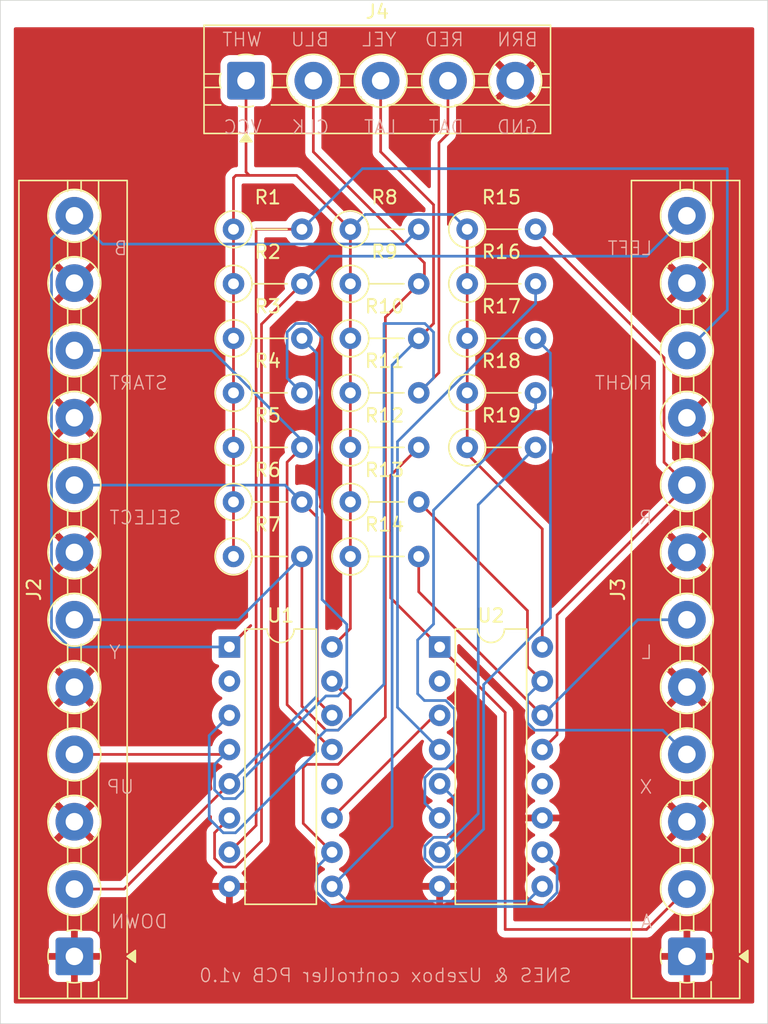
<source format=kicad_pcb>
(kicad_pcb (version 20240108) (generator "pcbnew") (generator_version "8.0")
  (layers (0 "F.Cu" signal) (31 "B.Cu" signal) (34 "B.Paste" user) (35 "F.Paste" user) (36 "B.SilkS" user "B.Silkscreen") (37 "F.SilkS" user "F.Silkscreen") (38 "B.Mask" user) (39 "F.Mask" user) (44 "Edge.Cuts" user))
  (net 0 "")
  (net 1 "/Vcc")
  (net 2 "/Latch")
  (net 3 "/Clk")
  (net 4 "/Gnd")
  (net 5 "/Data1")
  (net 6 "Net-(J2-Pin_4)")
  (net 7 "Net-(J2-Pin_6)")
  (net 8 "Net-(J2-Pin_12)")
  (net 9 "Net-(J2-Pin_8)")
  (net 10 "Net-(J2-Pin_2)")
  (net 11 "Net-(J2-Pin_10)")
  (net 12 "Net-(J3-Pin_10)")
  (net 13 "Net-(J3-Pin_2)")
  (net 14 "Net-(J3-Pin_8)")
  (net 15 "Net-(J3-Pin_12)")
  (net 16 "Net-(J3-Pin_4)")
  (net 17 "Net-(J3-Pin_6)")
  (net 18 "Net-(U2-D3)")
  (net 19 "Net-(U2-D2)")
  (net 20 "Net-(U2-D1)")
  (net 21 "Net-(U2-D0)")
  (net 24 "Net-(U1-DS)")
  (footprint "Resistor_THT:R_Axial_DIN0207_L6.3mm_D2.5mm_P5.08mm_Vertical" (layer "F.Cu") (at 124 75.5)
    (property "Reference" "R8" (at 2.54 -2.37 0) (layer "F.SilkS"))
    (property "Value" "10k")
    (pad "1" thru_hole circle (at 0 0) (size 1.6 1.6) (drill 0.8) (layers "*.Cu" "*.Mask") (net 1 "/Vcc"))
    (pad "2" thru_hole oval (at 5.08 0) (size 1.6 1.6) (drill 0.8) (layers "*.Cu" "*.Mask") (net 8 "Net-(J2-Pin_12)"))
  )
  (footprint "Resistor_THT:R_Axial_DIN0207_L6.3mm_D2.5mm_P5.08mm_Vertical" (layer "F.Cu") (at 124 83.6)
    (property "Reference" "R10" (at 2.54 -2.37 0) (layer "F.SilkS"))
    (property "Value" "10k")
    (pad "1" thru_hole circle (at 0 0) (size 1.6 1.6) (drill 0.8) (layers "*.Cu" "*.Mask") (net 1 "/Vcc"))
    (pad "2" thru_hole oval (at 5.08 0) (size 1.6 1.6) (drill 0.8) (layers "*.Cu" "*.Mask") (net 2 "/Latch"))
  )
  (footprint "Resistor_THT:R_Axial_DIN0207_L6.3mm_D2.5mm_P5.08mm_Vertical" (layer "F.Cu") (at 132.68 87.65)
    (property "Reference" "R18" (at 2.54 -2.37 0) (layer "F.SilkS"))
    (property "Value" "10k")
    (pad "1" thru_hole circle (at 0 0) (size 1.6 1.6) (drill 0.8) (layers "*.Cu" "*.Mask") (net 1 "/Vcc"))
    (pad "2" thru_hole oval (at 5.08 0) (size 1.6 1.6) (drill 0.8) (layers "*.Cu" "*.Mask") (net 20 "Net-(U2-D1)"))
  )
  (footprint "TerminalBlock:TerminalBlock_MaiXu_MX126-5.0-12P_1x12_P5.00mm" (layer "F.Cu") (at 103.5 129.5 90)
    (property "Reference" "J2" (at 27.25 -3 90) (layer "F.SilkS"))
    (property "Value" "Screw_Terminal_01x12")
    (pad "1" thru_hole roundrect (at 0 0 90) (size 2.8 2.8) (drill 1.3) (layers "*.Cu" "*.Mask") (roundrect_rratio 0.089286) (net 4 "/Gnd"))
    (pad "2" thru_hole circle (at 5 0 90) (size 2.8 2.8) (drill 1.3) (layers "*.Cu" "*.Mask") (net 10 "Net-(J2-Pin_2)"))
    (pad "3" thru_hole circle (at 10 0 90) (size 2.8 2.8) (drill 1.3) (layers "*.Cu" "*.Mask") (net 4 "/Gnd"))
    (pad "4" thru_hole circle (at 15 0 90) (size 2.8 2.8) (drill 1.3) (layers "*.Cu" "*.Mask") (net 6 "Net-(J2-Pin_4)"))
    (pad "5" thru_hole circle (at 20 0 90) (size 2.8 2.8) (drill 1.3) (layers "*.Cu" "*.Mask") (net 4 "/Gnd"))
    (pad "6" thru_hole circle (at 25 0 90) (size 2.8 2.8) (drill 1.3) (layers "*.Cu" "*.Mask") (net 7 "Net-(J2-Pin_6)"))
    (pad "7" thru_hole circle (at 30 0 90) (size 2.8 2.8) (drill 1.3) (layers "*.Cu" "*.Mask") (net 4 "/Gnd"))
    (pad "8" thru_hole circle (at 35 0 90) (size 2.8 2.8) (drill 1.3) (layers "*.Cu" "*.Mask") (net 9 "Net-(J2-Pin_8)"))
    (pad "9" thru_hole circle (at 40 0 90) (size 2.8 2.8) (drill 1.3) (layers "*.Cu" "*.Mask") (net 4 "/Gnd"))
    (pad "10" thru_hole circle (at 45 0 90) (size 2.8 2.8) (drill 1.3) (layers "*.Cu" "*.Mask") (net 11 "Net-(J2-Pin_10)"))
    (pad "11" thru_hole circle (at 50 0 90) (size 2.8 2.8) (drill 1.3) (layers "*.Cu" "*.Mask") (net 4 "/Gnd"))
    (pad "12" thru_hole circle (at 55 0 90) (size 2.8 2.8) (drill 1.3) (layers "*.Cu" "*.Mask") (net 8 "Net-(J2-Pin_12)"))
  )
  (footprint "Package_DIP:DIP-16_W7.62mm" (layer "F.Cu") (at 130.635 106.52)
    (property "Reference" "U2" (at 3.81 -2.33 0) (layer "F.SilkS"))
    (property "Value" "4021")
    (pad "1" thru_hole rect (at 0 0) (size 1.6 1.6) (drill 0.8) (layers "*.Cu" "*.Mask") (net 13 "Net-(J3-Pin_2)"))
    (pad "2" thru_hole oval (at 0 2.54) (size 1.6 1.6) (drill 0.8) (layers "*.Cu" "*.Mask"))
    (pad "3" thru_hole oval (at 0 5.08) (size 1.6 1.6) (drill 0.8) (layers "*.Cu" "*.Mask") (net 24 "Net-(U1-DS)"))
    (pad "4" thru_hole oval (at 0 7.62) (size 1.6 1.6) (drill 0.8) (layers "*.Cu" "*.Mask") (net 18 "Net-(U2-D3)"))
    (pad "5" thru_hole oval (at 0 10.16) (size 1.6 1.6) (drill 0.8) (layers "*.Cu" "*.Mask") (net 19 "Net-(U2-D2)"))
    (pad "6" thru_hole oval (at 0 12.7) (size 1.6 1.6) (drill 0.8) (layers "*.Cu" "*.Mask") (net 20 "Net-(U2-D1)"))
    (pad "7" thru_hole oval (at 0 15.24) (size 1.6 1.6) (drill 0.8) (layers "*.Cu" "*.Mask") (net 21 "Net-(U2-D0)"))
    (pad "8" thru_hole oval (at 0 17.78) (size 1.6 1.6) (drill 0.8) (layers "*.Cu" "*.Mask") (net 4 "/Gnd"))
    (pad "9" thru_hole oval (at 7.62 17.78) (size 1.6 1.6) (drill 0.8) (layers "*.Cu" "*.Mask") (net 2 "/Latch"))
    (pad "10" thru_hole oval (at 7.62 15.24) (size 1.6 1.6) (drill 0.8) (layers "*.Cu" "*.Mask") (net 3 "/Clk"))
    (pad "11" thru_hole oval (at 7.62 12.7) (size 1.6 1.6) (drill 0.8) (layers "*.Cu" "*.Mask") (net 4 "/Gnd"))
    (pad "12" thru_hole oval (at 7.62 10.16) (size 1.6 1.6) (drill 0.8) (layers "*.Cu" "*.Mask"))
    (pad "13" thru_hole oval (at 7.62 7.62) (size 1.6 1.6) (drill 0.8) (layers "*.Cu" "*.Mask") (net 14 "Net-(J3-Pin_8)"))
    (pad "14" thru_hole oval (at 7.62 5.08) (size 1.6 1.6) (drill 0.8) (layers "*.Cu" "*.Mask") (net 17 "Net-(J3-Pin_6)"))
    (pad "15" thru_hole oval (at 7.62 2.54) (size 1.6 1.6) (drill 0.8) (layers "*.Cu" "*.Mask") (net 16 "Net-(J3-Pin_4)"))
    (pad "16" thru_hole oval (at 7.62 0) (size 1.6 1.6) (drill 0.8) (layers "*.Cu" "*.Mask") (net 1 "/Vcc"))
  )
  (footprint "Resistor_THT:R_Axial_DIN0207_L6.3mm_D2.5mm_P5.08mm_Vertical" (layer "F.Cu") (at 132.68 91.7)
    (property "Reference" "R19" (at 2.54 -2.37 0) (layer "F.SilkS"))
    (property "Value" "10k")
    (pad "1" thru_hole circle (at 0 0) (size 1.6 1.6) (drill 0.8) (layers "*.Cu" "*.Mask") (net 1 "/Vcc"))
    (pad "2" thru_hole oval (at 5.08 0) (size 1.6 1.6) (drill 0.8) (layers "*.Cu" "*.Mask") (net 21 "Net-(U2-D0)"))
  )
  (footprint "Resistor_THT:R_Axial_DIN0207_L6.3mm_D2.5mm_P5.08mm_Vertical" (layer "F.Cu") (at 115.32 95.75)
    (property "Reference" "R6" (at 2.54 -2.37 0) (layer "F.SilkS"))
    (property "Value" "10k")
    (pad "1" thru_hole circle (at 0 0) (size 1.6 1.6) (drill 0.8) (layers "*.Cu" "*.Mask") (net 1 "/Vcc"))
    (pad "2" thru_hole oval (at 5.08 0) (size 1.6 1.6) (drill 0.8) (layers "*.Cu" "*.Mask") (net 9 "Net-(J2-Pin_8)"))
  )
  (footprint "Resistor_THT:R_Axial_DIN0207_L6.3mm_D2.5mm_P5.08mm_Vertical" (layer "F.Cu") (at 132.68 75.5)
    (property "Reference" "R15" (at 2.54 -2.37 0) (layer "F.SilkS"))
    (property "Value" "10k")
    (pad "1" thru_hole circle (at 0 0) (size 1.6 1.6) (drill 0.8) (layers "*.Cu" "*.Mask") (net 1 "/Vcc"))
    (pad "2" thru_hole oval (at 5.08 0) (size 1.6 1.6) (drill 0.8) (layers "*.Cu" "*.Mask") (net 14 "Net-(J3-Pin_8)"))
  )
  (footprint "Resistor_THT:R_Axial_DIN0207_L6.3mm_D2.5mm_P5.08mm_Vertical" (layer "F.Cu") (at 115.32 79.55)
    (property "Reference" "R2" (at 2.54 -2.37 0) (layer "F.SilkS"))
    (property "Value" "10k")
    (pad "1" thru_hole circle (at 0 0) (size 1.6 1.6) (drill 0.8) (layers "*.Cu" "*.Mask") (net 1 "/Vcc"))
    (pad "2" thru_hole oval (at 5.08 0) (size 1.6 1.6) (drill 0.8) (layers "*.Cu" "*.Mask") (net 15 "Net-(J3-Pin_12)"))
  )
  (footprint "TerminalBlock:TerminalBlock_MaiXu_MX126-5.0-12P_1x12_P5.00mm" (layer "F.Cu") (at 149 129.5 90)
    (property "Reference" "J3" (at 27.25 -5.12 90) (layer "F.SilkS"))
    (property "Value" "Screw_Terminal_01x12")
    (pad "1" thru_hole roundrect (at 0 0 90) (size 2.8 2.8) (drill 1.3) (layers "*.Cu" "*.Mask") (roundrect_rratio 0.089286) (net 4 "/Gnd"))
    (pad "2" thru_hole circle (at 5 0 90) (size 2.8 2.8) (drill 1.3) (layers "*.Cu" "*.Mask") (net 13 "Net-(J3-Pin_2)"))
    (pad "3" thru_hole circle (at 10 0 90) (size 2.8 2.8) (drill 1.3) (layers "*.Cu" "*.Mask") (net 4 "/Gnd"))
    (pad "4" thru_hole circle (at 15 0 90) (size 2.8 2.8) (drill 1.3) (layers "*.Cu" "*.Mask") (net 16 "Net-(J3-Pin_4)"))
    (pad "5" thru_hole circle (at 20 0 90) (size 2.8 2.8) (drill 1.3) (layers "*.Cu" "*.Mask") (net 4 "/Gnd"))
    (pad "6" thru_hole circle (at 25 0 90) (size 2.8 2.8) (drill 1.3) (layers "*.Cu" "*.Mask") (net 17 "Net-(J3-Pin_6)"))
    (pad "7" thru_hole circle (at 30 0 90) (size 2.8 2.8) (drill 1.3) (layers "*.Cu" "*.Mask") (net 4 "/Gnd"))
    (pad "8" thru_hole circle (at 35 0 90) (size 2.8 2.8) (drill 1.3) (layers "*.Cu" "*.Mask") (net 14 "Net-(J3-Pin_8)"))
    (pad "9" thru_hole circle (at 40 0 90) (size 2.8 2.8) (drill 1.3) (layers "*.Cu" "*.Mask") (net 4 "/Gnd"))
    (pad "10" thru_hole circle (at 45 0 90) (size 2.8 2.8) (drill 1.3) (layers "*.Cu" "*.Mask") (net 12 "Net-(J3-Pin_10)"))
    (pad "11" thru_hole circle (at 50 0 90) (size 2.8 2.8) (drill 1.3) (layers "*.Cu" "*.Mask") (net 4 "/Gnd"))
    (pad "12" thru_hole circle (at 55 0 90) (size 2.8 2.8) (drill 1.3) (layers "*.Cu" "*.Mask") (net 15 "Net-(J3-Pin_12)"))
  )
  (footprint "Resistor_THT:R_Axial_DIN0207_L6.3mm_D2.5mm_P5.08mm_Vertical" (layer "F.Cu") (at 115.32 75.5)
    (property "Reference" "R1" (at 2.54 -2.37 0) (layer "F.SilkS"))
    (property "Value" "10k")
    (pad "1" thru_hole circle (at 0 0) (size 1.6 1.6) (drill 0.8) (layers "*.Cu" "*.Mask") (net 1 "/Vcc"))
    (pad "2" thru_hole oval (at 5.08 0) (size 1.6 1.6) (drill 0.8) (layers "*.Cu" "*.Mask") (net 12 "Net-(J3-Pin_10)"))
  )
  (footprint "Resistor_THT:R_Axial_DIN0207_L6.3mm_D2.5mm_P5.08mm_Vertical" (layer "F.Cu") (at 124 79.55)
    (property "Reference" "R9" (at 2.54 -2.37 0) (layer "F.SilkS"))
    (property "Value" "10k")
    (pad "1" thru_hole circle (at 0 0) (size 1.6 1.6) (drill 0.8) (layers "*.Cu" "*.Mask") (net 1 "/Vcc"))
    (pad "2" thru_hole oval (at 5.08 0) (size 1.6 1.6) (drill 0.8) (layers "*.Cu" "*.Mask") (net 3 "/Clk"))
  )
  (footprint "Resistor_THT:R_Axial_DIN0207_L6.3mm_D2.5mm_P5.08mm_Vertical" (layer "F.Cu") (at 124 95.75)
    (property "Reference" "R13" (at 2.54 -2.37 0) (layer "F.SilkS"))
    (property "Value" "10k")
    (pad "1" thru_hole circle (at 0 0) (size 1.6 1.6) (drill 0.8) (layers "*.Cu" "*.Mask") (net 1 "/Vcc"))
    (pad "2" thru_hole oval (at 5.08 0) (size 1.6 1.6) (drill 0.8) (layers "*.Cu" "*.Mask") (net 16 "Net-(J3-Pin_4)"))
  )
  (footprint "Resistor_THT:R_Axial_DIN0207_L6.3mm_D2.5mm_P5.08mm_Vertical" (layer "F.Cu") (at 115.32 99.8)
    (property "Reference" "R7" (at 2.54 -2.37 0) (layer "F.SilkS"))
    (property "Value" "10k")
    (pad "1" thru_hole circle (at 0 0) (size 1.6 1.6) (drill 0.8) (layers "*.Cu" "*.Mask") (net 1 "/Vcc"))
    (pad "2" thru_hole oval (at 5.08 0) (size 1.6 1.6) (drill 0.8) (layers "*.Cu" "*.Mask") (net 7 "Net-(J2-Pin_6)"))
  )
  (footprint "TerminalBlock:TerminalBlock_MaiXu_MX126-5.0-05P_1x05_P5.00mm" (layer "F.Cu") (at 116.25 64.4675)
    (property "Reference" "J4" (at 9.75 -5.12 0) (layer "F.SilkS"))
    (property "Value" "Screw_Terminal_01x05")
    (pad "1" thru_hole roundrect (at 0 0) (size 2.8 2.8) (drill 1.3) (layers "*.Cu" "*.Mask") (roundrect_rratio 0.089286) (net 1 "/Vcc"))
    (pad "2" thru_hole circle (at 5 0) (size 2.8 2.8) (drill 1.3) (layers "*.Cu" "*.Mask") (net 3 "/Clk"))
    (pad "3" thru_hole circle (at 10 0) (size 2.8 2.8) (drill 1.3) (layers "*.Cu" "*.Mask") (net 2 "/Latch"))
    (pad "4" thru_hole circle (at 15 0) (size 2.8 2.8) (drill 1.3) (layers "*.Cu" "*.Mask") (net 5 "/Data1"))
    (pad "5" thru_hole circle (at 20 0) (size 2.8 2.8) (drill 1.3) (layers "*.Cu" "*.Mask") (net 4 "/Gnd"))
  )
  (footprint "Resistor_THT:R_Axial_DIN0207_L6.3mm_D2.5mm_P5.08mm_Vertical" (layer "F.Cu") (at 124 87.65)
    (property "Reference" "R11" (at 2.54 -2.37 0) (layer "F.SilkS"))
    (property "Value" "10k")
    (pad "1" thru_hole circle (at 0 0) (size 1.6 1.6) (drill 0.8) (layers "*.Cu" "*.Mask") (net 1 "/Vcc"))
    (pad "2" thru_hole oval (at 5.08 0) (size 1.6 1.6) (drill 0.8) (layers "*.Cu" "*.Mask") (net 5 "/Data1"))
  )
  (footprint "Resistor_THT:R_Axial_DIN0207_L6.3mm_D2.5mm_P5.08mm_Vertical" (layer "F.Cu") (at 115.32 87.65)
    (property "Reference" "R4" (at 2.54 -2.37 0) (layer "F.SilkS"))
    (property "Value" "10k")
    (pad "1" thru_hole circle (at 0 0) (size 1.6 1.6) (drill 0.8) (layers "*.Cu" "*.Mask") (net 1 "/Vcc"))
    (pad "2" thru_hole oval (at 5.08 0) (size 1.6 1.6) (drill 0.8) (layers "*.Cu" "*.Mask") (net 6 "Net-(J2-Pin_4)"))
  )
  (footprint "Package_DIP:DIP-16_W7.62mm" (layer "F.Cu") (at 115.015 106.52)
    (property "Reference" "U1" (at 3.81 -2.33 0) (layer "F.SilkS"))
    (property "Value" "4021")
    (pad "1" thru_hole rect (at 0 0) (size 1.6 1.6) (drill 0.8) (layers "*.Cu" "*.Mask") (net 8 "Net-(J2-Pin_12)"))
    (pad "2" thru_hole oval (at 0 2.54) (size 1.6 1.6) (drill 0.8) (layers "*.Cu" "*.Mask"))
    (pad "3" thru_hole oval (at 0 5.08) (size 1.6 1.6) (drill 0.8) (layers "*.Cu" "*.Mask") (net 5 "/Data1"))
    (pad "4" thru_hole oval (at 0 7.62) (size 1.6 1.6) (drill 0.8) (layers "*.Cu" "*.Mask") (net 6 "Net-(J2-Pin_4)"))
    (pad "5" thru_hole oval (at 0 10.16) (size 1.6 1.6) (drill 0.8) (layers "*.Cu" "*.Mask") (net 10 "Net-(J2-Pin_2)"))
    (pad "6" thru_hole oval (at 0 12.7) (size 1.6 1.6) (drill 0.8) (layers "*.Cu" "*.Mask") (net 15 "Net-(J3-Pin_12)"))
    (pad "7" thru_hole oval (at 0 15.24) (size 1.6 1.6) (drill 0.8) (layers "*.Cu" "*.Mask") (net 12 "Net-(J3-Pin_10)"))
    (pad "8" thru_hole oval (at 0 17.78) (size 1.6 1.6) (drill 0.8) (layers "*.Cu" "*.Mask") (net 4 "/Gnd"))
    (pad "9" thru_hole oval (at 7.62 17.78) (size 1.6 1.6) (drill 0.8) (layers "*.Cu" "*.Mask") (net 2 "/Latch"))
    (pad "10" thru_hole oval (at 7.62 15.24) (size 1.6 1.6) (drill 0.8) (layers "*.Cu" "*.Mask") (net 3 "/Clk"))
    (pad "11" thru_hole oval (at 7.62 12.7) (size 1.6 1.6) (drill 0.8) (layers "*.Cu" "*.Mask") (net 24 "Net-(U1-DS)"))
    (pad "12" thru_hole oval (at 7.62 10.16) (size 1.6 1.6) (drill 0.8) (layers "*.Cu" "*.Mask"))
    (pad "13" thru_hole oval (at 7.62 7.62) (size 1.6 1.6) (drill 0.8) (layers "*.Cu" "*.Mask") (net 11 "Net-(J2-Pin_10)"))
    (pad "14" thru_hole oval (at 7.62 5.08) (size 1.6 1.6) (drill 0.8) (layers "*.Cu" "*.Mask") (net 9 "Net-(J2-Pin_8)"))
    (pad "15" thru_hole oval (at 7.62 2.54) (size 1.6 1.6) (drill 0.8) (layers "*.Cu" "*.Mask") (net 7 "Net-(J2-Pin_6)"))
    (pad "16" thru_hole oval (at 7.62 0) (size 1.6 1.6) (drill 0.8) (layers "*.Cu" "*.Mask") (net 1 "/Vcc"))
  )
  (footprint "Resistor_THT:R_Axial_DIN0207_L6.3mm_D2.5mm_P5.08mm_Vertical" (layer "F.Cu") (at 124 91.7)
    (property "Reference" "R12" (at 2.54 -2.37 0) (layer "F.SilkS"))
    (property "Value" "10k")
    (pad "1" thru_hole circle (at 0 0) (size 1.6 1.6) (drill 0.8) (layers "*.Cu" "*.Mask") (net 1 "/Vcc"))
    (pad "2" thru_hole oval (at 5.08 0) (size 1.6 1.6) (drill 0.8) (layers "*.Cu" "*.Mask") (net 13 "Net-(J3-Pin_2)"))
  )
  (footprint "Resistor_THT:R_Axial_DIN0207_L6.3mm_D2.5mm_P5.08mm_Vertical" (layer "F.Cu") (at 115.32 91.7)
    (property "Reference" "R5" (at 2.54 -2.37 0) (layer "F.SilkS"))
    (property "Value" "10k")
    (pad "1" thru_hole circle (at 0 0) (size 1.6 1.6) (drill 0.8) (layers "*.Cu" "*.Mask") (net 1 "/Vcc"))
    (pad "2" thru_hole oval (at 5.08 0) (size 1.6 1.6) (drill 0.8) (layers "*.Cu" "*.Mask") (net 11 "Net-(J2-Pin_10)"))
  )
  (footprint "Resistor_THT:R_Axial_DIN0207_L6.3mm_D2.5mm_P5.08mm_Vertical" (layer "F.Cu") (at 115.32 83.6)
    (property "Reference" "R3" (at 2.54 -2.37 0) (layer "F.SilkS"))
    (property "Value" "10k")
    (pad "1" thru_hole circle (at 0 0) (size 1.6 1.6) (drill 0.8) (layers "*.Cu" "*.Mask") (net 1 "/Vcc"))
    (pad "2" thru_hole oval (at 5.08 0) (size 1.6 1.6) (drill 0.8) (layers "*.Cu" "*.Mask") (net 10 "Net-(J2-Pin_2)"))
  )
  (footprint "Resistor_THT:R_Axial_DIN0207_L6.3mm_D2.5mm_P5.08mm_Vertical" (layer "F.Cu") (at 132.68 83.6)
    (property "Reference" "R17" (at 2.54 -2.37 0) (layer "F.SilkS"))
    (property "Value" "10k")
    (pad "1" thru_hole circle (at 0 0) (size 1.6 1.6) (drill 0.8) (layers "*.Cu" "*.Mask") (net 1 "/Vcc"))
    (pad "2" thru_hole oval (at 5.08 0) (size 1.6 1.6) (drill 0.8) (layers "*.Cu" "*.Mask") (net 19 "Net-(U2-D2)"))
  )
  (footprint "Resistor_THT:R_Axial_DIN0207_L6.3mm_D2.5mm_P5.08mm_Vertical" (layer "F.Cu") (at 124 99.8)
    (property "Reference" "R14" (at 2.54 -2.37 0) (layer "F.SilkS"))
    (property "Value" "10k")
    (pad "1" thru_hole circle (at 0 0) (size 1.6 1.6) (drill 0.8) (layers "*.Cu" "*.Mask") (net 1 "/Vcc"))
    (pad "2" thru_hole oval (at 5.08 0) (size 1.6 1.6) (drill 0.8) (layers "*.Cu" "*.Mask") (net 17 "Net-(J3-Pin_6)"))
  )
  (footprint "Resistor_THT:R_Axial_DIN0207_L6.3mm_D2.5mm_P5.08mm_Vertical" (layer "F.Cu") (at 132.68 79.55)
    (property "Reference" "R16" (at 2.54 -2.37 0) (layer "F.SilkS"))
    (property "Value" "10k")
    (pad "1" thru_hole circle (at 0 0) (size 1.6 1.6) (drill 0.8) (layers "*.Cu" "*.Mask") (net 1 "/Vcc"))
    (pad "2" thru_hole oval (at 5.08 0) (size 1.6 1.6) (drill 0.8) (layers "*.Cu" "*.Mask") (net 18 "Net-(U2-D3)"))
  )
  (gr_line (start 98 58.5) (end 155 58.5) (stroke (width 0.05)) (layer "Edge.Cuts"))
  (gr_line (start 98 134.5) (end 98 58.5) (stroke (width 0.05)) (layer "Edge.Cuts"))
  (gr_line (start 155 58.5) (end 155 134.5) (stroke (width 0.05)) (layer "Edge.Cuts"))
  (gr_line (start 155 134.5) (end 98 134.5) (stroke (width 0.05)) (layer "Edge.Cuts"))
  (gr_text "GND" (at 138 68.5 0) (layer "B.SilkS") (effects (font (size 1 1) (thickness 0.1)) (justify left bottom mirror)))
  (gr_text "RED" (at 132.5 62 0) (layer "B.SilkS") (effects (font (size 1 1) (thickness 0.1)) (justify left bottom mirror)))
  (gr_text "BRN" (at 138 62 0) (layer "B.SilkS") (effects (font (size 1 1) (thickness 0.1)) (justify left bottom mirror)))
  (gr_text "SNES & Uzebox controller PCB v1.0" (at 140.5 131.5 0) (layer "B.SilkS") (effects (font (size 1 1) (thickness 0.1)) (justify left bottom mirror)))
  (gr_text "A" (at 146.5 127.5 0) (layer "B.SilkS") (effects (font (size 1 1) (thickness 0.1)) (justify left bottom mirror)))
  (gr_text "BLU" (at 122.5 62 0) (layer "B.SilkS") (effects (font (size 1 1) (thickness 0.1)) (justify left bottom mirror)))
  (gr_text "LEFT" (at 146.5 77.5 0) (layer "B.SilkS") (effects (font (size 1 1) (thickness 0.1)) (justify left bottom mirror)))
  (gr_text "RIGHT" (at 146.5 87.5 0) (layer "B.SilkS") (effects (font (size 1 1) (thickness 0.1)) (justify left bottom mirror)))
  (gr_text "SELECT" (at 111.5 97.5 0) (layer "B.SilkS") (effects (font (size 1 1) (thickness 0.1)) (justify left bottom mirror)))
  (gr_text "WHT" (at 117.5 62 0) (layer "B.SilkS") (effects (font (size 1 1) (thickness 0.1)) (justify left bottom mirror)))
  (gr_text "X" (at 146.5 117.5 0) (layer "B.SilkS") (effects (font (size 1 1) (thickness 0.1)) (justify left bottom mirror)))
  (gr_text "START" (at 110.5 87.5 0) (layer "B.SilkS") (effects (font (size 1 1) (thickness 0.1)) (justify left bottom mirror)))
  (gr_text "LAT" (at 127.5 68.5 0) (layer "B.SilkS") (effects (font (size 1 1) (thickness 0.1)) (justify left bottom mirror)))
  (gr_text "YEL" (at 127.5 62 0) (layer "B.SilkS") (effects (font (size 1 1) (thickness 0.1)) (justify left bottom mirror)))
  (gr_text "DAT" (at 132.5 68.5 0) (layer "B.SilkS") (effects (font (size 1 1) (thickness 0.1)) (justify left bottom mirror)))
  (gr_text "B" (at 107.5 77.5 0) (layer "B.SilkS") (effects (font (size 1 1) (thickness 0.1)) (justify left bottom mirror)))
  (gr_text "R" (at 146.5 97.5 0) (layer "B.SilkS") (effects (font (size 1 1) (thickness 0.1)) (justify left bottom mirror)))
  (gr_text "L" (at 146.5 107.5 0) (layer "B.SilkS") (effects (font (size 1 1) (thickness 0.1)) (justify left bottom mirror)))
  (gr_text "DOWN" (at 110.5 127.5 0) (layer "B.SilkS") (effects (font (size 1 1) (thickness 0.1)) (justify left bottom mirror)))
  (gr_text "CLK" (at 122.5 68.5 0) (layer "B.SilkS") (effects (font (size 1 1) (thickness 0.1)) (justify left bottom mirror)))
  (gr_text "VCC" (at 117.5 68.5 0) (layer "B.SilkS") (effects (font (size 1 1) (thickness 0.1)) (justify left bottom mirror)))
  (gr_text "Y" (at 107 107.5 0) (layer "B.SilkS") (effects (font (size 1 1) (thickness 0.1)) (justify left bottom mirror)))
  (gr_text "UP" (at 108 117.5 0) (layer "B.SilkS") (effects (font (size 1 1) (thickness 0.1)) (justify left bottom mirror)))
  (segment (start 132.68 79.55) (end 132.68 83.6) (width 0.2) (layer "F.Cu") (net 1))
  (segment (start 115.32 75.5) (end 115.32 71.68) (width 0.2) (layer "F.Cu") (net 1))
  (segment (start 124 75.5) (end 124 79.55) (width 0.2) (layer "F.Cu") (net 1))
  (segment (start 132.68 75.5) (end 132.68 79.55) (width 0.2) (layer "F.Cu") (net 1))
  (segment (start 132.68 83.6) (end 132.68 87.65) (width 0.2) (layer "F.Cu") (net 1))
  (segment (start 115.32 71.68) (end 115.5 71.5) (width 0.2) (layer "F.Cu") (net 1))
  (segment (start 132.68 92.18) (end 138.255 97.755) (width 0.2) (layer "F.Cu") (net 1))
  (segment (start 116 71.5) (end 116.5 71.5) (width 0.2) (layer "F.Cu") (net 1))
  (segment (start 115.32 87.65) (end 115.32 91.7) (width 0.2) (layer "F.Cu") (net 1))
  (segment (start 124 95.75) (end 124 99.8) (width 0.2) (layer "F.Cu") (net 1))
  (segment (start 115.32 79.55) (end 115.32 83.6) (width 0.2) (layer "F.Cu") (net 1))
  (segment (start 124 87.65) (end 124 91.7) (width 0.2) (layer "F.Cu") (net 1))
  (segment (start 124 105.155) (end 122.635 106.52) (width 0.2) (layer "F.Cu") (net 1))
  (segment (start 124 79.55) (end 124 83.6) (width 0.2) (layer "F.Cu") (net 1))
  (segment (start 115.32 83.6) (end 115.32 87.65) (width 0.2) (layer "F.Cu") (net 1))
  (segment (start 116.25 64.4675) (end 116.25 71.25) (width 0.2) (layer "F.Cu") (net 1))
  (segment (start 124 99.8) (end 124 105.155) (width 0.2) (layer "F.Cu") (net 1))
  (segment (start 115.5 71.5) (end 116 71.5) (width 0.2) (layer "F.Cu") (net 1))
  (segment (start 116.5 71.5) (end 120 71.5) (width 0.2) (layer "F.Cu") (net 1))
  (segment (start 124 83.6) (end 124 87.65) (width 0.2) (layer "F.Cu") (net 1))
  (segment (start 132.68 91.7) (end 132.68 92.18) (width 0.2) (layer "F.Cu") (net 1))
  (segment (start 132.68 87.65) (end 132.68 91.7) (width 0.2) (layer "F.Cu") (net 1))
  (segment (start 124 91.7) (end 124 95.75) (width 0.2) (layer "F.Cu") (net 1))
  (segment (start 116.25 71.25) (end 116.5 71.5) (width 0.2) (layer "F.Cu") (net 1))
  (segment (start 115.32 75.5) (end 115.32 79.55) (width 0.2) (layer "F.Cu") (net 1))
  (segment (start 138.255 97.755) (end 138.255 106.52) (width 0.2) (layer "F.Cu") (net 1))
  (segment (start 115.32 91.7) (end 115.32 95.75) (width 0.2) (layer "F.Cu") (net 1))
  (segment (start 124 75.5) (end 120 71.5) (width 0.2) (layer "F.Cu") (net 1))
  (segment (start 115.32 95.75) (end 115.32 99.8) (width 0.2) (layer "F.Cu") (net 1))
  (segment (start 131.58 74.4) (end 132.68 75.5) (width 0.2) (layer "B.Cu") (net 1))
  (segment (start 124 75.5) (end 125.1 74.4) (width 0.2) (layer "B.Cu") (net 1))
  (segment (start 125.1 74.4) (end 131.58 74.4) (width 0.2) (layer "B.Cu") (net 1))
  (segment (start 126.25 64.4675) (end 126.25 69.75) (width 0.2) (layer "F.Cu") (net 2))
  (segment (start 130.18 73.68) (end 130.18 82.5) (width 0.2) (layer "F.Cu") (net 2))
  (segment (start 126.25 69.75) (end 130.18 73.68) (width 0.2) (layer "F.Cu") (net 2))
  (segment (start 130.18 82.5) (end 129.08 83.6) (width 0.2) (layer "F.Cu") (net 2))
  (segment (start 123.735 125.4) (end 137.155 125.4) (width 0.2) (layer "B.Cu") (net 2))
  (segment (start 122.635 124.3) (end 123.735 125.4) (width 0.2) (layer "B.Cu") (net 2))
  (segment (start 127.1 85.58) (end 127.1 119.835) (width 0.2) (layer "B.Cu") (net 2))
  (segment (start 127.1 119.835) (end 122.635 124.3) (width 0.2) (layer "B.Cu") (net 2))
  (segment (start 137.155 125.4) (end 138.255 124.3) (width 0.2) (layer "B.Cu") (net 2))
  (segment (start 129.08 83.6) (end 127.1 85.58) (width 0.2) (layer "B.Cu") (net 2))
  (segment (start 126.6 111.730635) (end 126.6 82.03) (width 0.2) (layer "F.Cu") (net 3))
  (segment (start 121.25 69.75) (end 129.5 78) (width 0.2) (layer "F.Cu") (net 3))
  (segment (start 123.090635 115.24) (end 126.6 111.730635) (width 0.2) (layer "F.Cu") (net 3))
  (segment (start 129.5 79.13) (end 129.08 79.55) (width 0.2) (layer "F.Cu") (net 3))
  (segment (start 129.5 78) (end 129.5 79.13) (width 0.2) (layer "F.Cu") (net 3))
  (segment (start 120.74 115.24) (end 120.5 115.48) (width 0.2) (layer "F.Cu") (net 3))
  (segment (start 120.74 115.24) (end 123.090635 115.24) (width 0.2) (layer "F.Cu") (net 3))
  (segment (start 122.635 121.76) (end 120.5 119.625) (width 0.2) (layer "F.Cu") (net 3))
  (segment (start 126.6 82.03) (end 129.08 79.55) (width 0.2) (layer "F.Cu") (net 3))
  (segment (start 121.25 64.4675) (end 121.25 69.75) (width 0.2) (layer "F.Cu") (net 3))
  (segment (start 120.5 115.48) (end 120.5 119.625) (width 0.2) (layer "F.Cu") (net 3))
  (segment (start 138.310635 125.8) (end 122.579365 125.8) (width 0.2) (layer "B.Cu") (net 3))
  (segment (start 139.355 122.86) (end 139.355 124.755635) (width 0.2) (layer "B.Cu") (net 3))
  (segment (start 121.5 122.895) (end 122.635 121.76) (width 0.2) (layer "B.Cu") (net 3))
  (segment (start 139.355 124.755635) (end 138.310635 125.8) (width 0.2) (layer "B.Cu") (net 3))
  (segment (start 138.255 121.76) (end 139.355 122.86) (width 0.2) (layer "B.Cu") (net 3))
  (segment (start 122.579365 125.8) (end 121.5 124.720635) (width 0.2) (layer "B.Cu") (net 3))
  (segment (start 121.5 124.720635) (end 121.5 122.895) (width 0.2) (layer "B.Cu") (net 3))
  (segment (start 131.25 64.4675) (end 131.25 68.41) (width 0.2) (layer "F.Cu") (net 5))
  (segment (start 130.58 69.08) (end 130.58 86.15) (width 0.2) (layer "F.Cu") (net 5))
  (segment (start 131.25 68.41) (end 130.58 69.08) (width 0.2) (layer "F.Cu") (net 5))
  (segment (start 130.58 86.15) (end 129.08 87.65) (width 0.2) (layer "F.Cu") (net 5))
  (segment (start 115.015 111.6) (end 113.515 113.1) (width 0.2) (layer "B.Cu") (net 5))
  (segment (start 126.5 82.5) (end 129.535635 82.5) (width 0.2) (layer "B.Cu") (net 5))
  (segment (start 113.515 119.275635) (end 114.559365 120.32) (width 0.2) (layer "B.Cu") (net 5))
  (segment (start 126.5 109.290635) (end 126.5 82.5) (width 0.2) (layer "B.Cu") (net 5))
  (segment (start 123.090635 112.7) (end 126.5 109.290635) (width 0.2) (layer "B.Cu") (net 5))
  (segment (start 129.535635 82.5) (end 130.18 83.144365) (width 0.2) (layer "B.Cu") (net 5))
  (segment (start 113.515 113.1) (end 113.515 119.275635) (width 0.2) (layer "B.Cu") (net 5))
  (segment (start 121.535 114.255635) (end 121.535 113.344365) (width 0.2) (layer "B.Cu") (net 5))
  (segment (start 114.559365 120.32) (end 115.470635 120.32) (width 0.2) (layer "B.Cu") (net 5))
  (segment (start 130.18 83.144365) (end 130.18 86.55) (width 0.2) (layer "B.Cu") (net 5))
  (segment (start 115.470635 120.32) (end 121.535 114.255635) (width 0.2) (layer "B.Cu") (net 5))
  (segment (start 130.18 86.55) (end 129.08 87.65) (width 0.2) (layer "B.Cu") (net 5))
  (segment (start 122.179365 112.7) (end 123.090635 112.7) (width 0.2) (layer "B.Cu") (net 5))
  (segment (start 121.535 113.344365) (end 122.179365 112.7) (width 0.2) (layer "B.Cu") (net 5))
  (segment (start 103.5 114.5) (end 114.655 114.5) (width 0.2) (layer "F.Cu") (net 6))
  (segment (start 114.655 114.5) (end 115.015 114.14) (width 0.2) (layer "F.Cu") (net 6))
  (segment (start 115.470635 117.78) (end 114.559365 117.78) (width 0.2) (layer "B.Cu") (net 6))
  (segment (start 121.9 83.544365) (end 121.9 103) (width 0.2) (layer "B.Cu") (net 6))
  (segment (start 120.4 87.65) (end 119.3 86.55) (width 0.2) (layer "B.Cu") (net 6))
  (segment (start 119.3 86.55) (end 119.3 83.144365) (width 0.2) (layer "B.Cu") (net 6))
  (segment (start 119.3 83.144365) (end 119.944365 82.5) (width 0.2) (layer "B.Cu") (net 6))
  (segment (start 121.9 103) (end 123.735 104.835) (width 0.2) (layer "B.Cu") (net 6))
  (segment (start 114.559365 117.78) (end 113.915 117.135635) (width 0.2) (layer "B.Cu") (net 6))
  (segment (start 113.915 117.135635) (end 113.915 115.24) (width 0.2) (layer "B.Cu") (net 6))
  (segment (start 119.944365 82.5) (end 120.855635 82.5) (width 0.2) (layer "B.Cu") (net 6))
  (segment (start 120.855635 82.5) (end 121.9 83.544365) (width 0.2) (layer "B.Cu") (net 6))
  (segment (start 123.735 104.835) (end 123.735 109.515635) (width 0.2) (layer "B.Cu") (net 6))
  (segment (start 122.179365 110.16) (end 116.115 116.224365) (width 0.2) (layer "B.Cu") (net 6))
  (segment (start 116.115 117.135635) (end 115.470635 117.78) (width 0.2) (layer "B.Cu") (net 6))
  (segment (start 116.115 116.224365) (end 116.115 117.135635) (width 0.2) (layer "B.Cu") (net 6))
  (segment (start 113.915 115.24) (end 115.015 114.14) (width 0.2) (layer "B.Cu") (net 6))
  (segment (start 123.735 109.515635) (end 123.090635 110.16) (width 0.2) (layer "B.Cu") (net 6))
  (segment (start 123.090635 110.16) (end 122.179365 110.16) (width 0.2) (layer "B.Cu") (net 6))
  (segment (start 120.4 99.8) (end 120.4 110.920635) (width 0.2) (layer "F.Cu") (net 7))
  (segment (start 123.090635 112.7) (end 124 111.790635) (width 0.2) (layer "F.Cu") (net 7))
  (segment (start 122.179365 112.7) (end 123.090635 112.7) (width 0.2) (layer "F.Cu") (net 7))
  (segment (start 120.4 110.920635) (end 122.179365 112.7) (width 0.2) (layer "F.Cu") (net 7))
  (segment (start 124 111.790635) (end 124 110.425) (width 0.2) (layer "F.Cu") (net 7))
  (segment (start 124 110.425) (end 122.635 109.06) (width 0.2) (layer "F.Cu") (net 7))
  (segment (start 115.7 104.5) (end 120.4 99.8) (width 0.2) (layer "B.Cu") (net 7))
  (segment (start 103.5 104.5) (end 115.7 104.5) (width 0.2) (layer "B.Cu") (net 7))
  (segment (start 115.035 106.5) (end 115 106.5) (width 0.2) (layer "F.Cu") (net 8))
  (segment (start 115.015 106.52) (end 116.6 104.935) (width 0.2) (layer "F.Cu") (net 8))
  (segment (start 116.6 104.935) (end 115.035 106.5) (width 0.2) (layer "F.Cu") (net 8))
  (segment (start 105.6 76.6) (end 127.98 76.6) (width 0.2) (layer "B.Cu") (net 8))
  (segment (start 101.8 76.2) (end 103.5 74.5) (width 0.2) (layer "B.Cu") (net 8))
  (segment (start 127.98 76.6) (end 129.08 75.5) (width 0.2) (layer "B.Cu") (net 8))
  (segment (start 101.8 105.204164) (end 101.8 76.2) (width 0.2) (layer "B.Cu") (net 8))
  (segment (start 103.115836 106.52) (end 101.8 105.204164) (width 0.2) (layer "B.Cu") (net 8))
  (segment (start 103.5 74.5) (end 105.6 76.6) (width 0.2) (layer "B.Cu") (net 8))
  (segment (start 115.015 106.52) (end 103.115836 106.52) (width 0.2) (layer "B.Cu") (net 8))
  (segment (start 120.4 95.75) (end 121.535 96.885) (width 0.2) (layer "F.Cu") (net 9))
  (segment (start 121.535 96.885) (end 121.535 110.5) (width 0.2) (layer "F.Cu") (net 9))
  (segment (start 121.535 110.5) (end 122.635 111.6) (width 0.2) (layer "F.Cu") (net 9))
  (segment (start 103.5 94.5) (end 119.15 94.5) (width 0.2) (layer "B.Cu") (net 9))
  (segment (start 119.15 94.5) (end 120.4 95.75) (width 0.2) (layer "B.Cu") (net 9))
  (segment (start 107.195 124.5) (end 115.015 116.68) (width 0.2) (layer "F.Cu") (net 10))
  (segment (start 103.5 124.5) (end 107.195 124.5) (width 0.2) (layer "F.Cu") (net 10))
  (segment (start 121.5 110.195) (end 115.015 116.68) (width 0.2) (layer "B.Cu") (net 10))
  (segment (start 120.4 83.6) (end 121.5 84.7) (width 0.2) (layer "B.Cu") (net 10))
  (segment (start 121.5 84.7) (end 121.5 110.195) (width 0.2) (layer "B.Cu") (net 10))
  (segment (start 119.3 92.8) (end 119.3 110.805) (width 0.2) (layer "F.Cu") (net 11))
  (segment (start 119.3 110.805) (end 122.635 114.14) (width 0.2) (layer "F.Cu") (net 11))
  (segment (start 120.4 91.7) (end 119.3 92.8) (width 0.2) (layer "F.Cu") (net 11))
  (segment (start 120.4 91.174365) (end 120.4 91.7) (width 0.2) (layer "B.Cu") (net 11))
  (segment (start 113.725635 84.5) (end 120.4 91.174365) (width 0.2) (layer "B.Cu") (net 11))
  (segment (start 103.5 84.5) (end 113.725635 84.5) (width 0.2) (layer "B.Cu") (net 11))
  (segment (start 117 119.775) (end 115.015 121.76) (width 0.2) (layer "F.Cu") (net 12))
  (segment (start 117 75.5) (end 117 119.775) (width 0.2) (layer "F.Cu") (net 12))
  (segment (start 120.4 75.5) (end 117 75.5) (width 0.2) (layer "F.Cu") (net 12))
  (segment (start 152 71) (end 124.9 71) (width 0.2) (layer "B.Cu") (net 12))
  (segment (start 149 84.5) (end 152 81.5) (width 0.2) (layer "B.Cu") (net 12))
  (segment (start 152 81.5) (end 152 71) (width 0.2) (layer "B.Cu") (net 12))
  (segment (start 124.9 71) (end 120.4 75.5) (width 0.2) (layer "B.Cu") (net 12))
  (segment (start 135.5 111.385) (end 135.5 127.5) (width 0.2) (layer "F.Cu") (net 13))
  (segment (start 146 127.5) (end 149 124.5) (width 0.2) (layer "F.Cu") (net 13))
  (segment (start 129.08 91.7) (end 127 93.78) (width 0.2) (layer "F.Cu") (net 13))
  (segment (start 130.635 106.52) (end 135.5 111.385) (width 0.2) (layer "F.Cu") (net 13))
  (segment (start 127 102.885) (end 130.635 106.52) (width 0.2) (layer "F.Cu") (net 13))
  (segment (start 135.5 127.5) (end 146 127.5) (width 0.2) (layer "F.Cu") (net 13))
  (segment (start 127 93.78) (end 127 102.885) (width 0.2) (layer "F.Cu") (net 13))
  (segment (start 149 94.5) (end 139.355 104.145) (width 0.2) (layer "F.Cu") (net 14))
  (segment (start 137.76 75.5) (end 147.3 85.04) (width 0.2) (layer "F.Cu") (net 14))
  (segment (start 147.3 92.8) (end 149 94.5) (width 0.2) (layer "F.Cu") (net 14))
  (segment (start 139.355 113.04) (end 138.255 114.14) (width 0.2) (layer "F.Cu") (net 14))
  (segment (start 139.355 104.145) (end 139.355 113.04) (width 0.2) (layer "F.Cu") (net 14))
  (segment (start 147.3 85.04) (end 147.3 92.8) (width 0.2) (layer "F.Cu") (net 14))
  (segment (start 120.4 79.55) (end 117.4 82.55) (width 0.2) (layer "F.Cu") (net 15))
  (segment (start 117.4 120.930635) (end 115.470635 122.86) (width 0.2) (layer "F.Cu") (net 15))
  (segment (start 113.915 122.215635) (end 113.915 120.32) (width 0.2) (layer "F.Cu") (net 15))
  (segment (start 114.559365 122.86) (end 113.915 122.215635) (width 0.2) (layer "F.Cu") (net 15))
  (segment (start 115.470635 122.86) (end 114.559365 122.86) (width 0.2) (layer "F.Cu") (net 15))
  (segment (start 117.4 82.55) (end 117.4 120.930635) (width 0.2) (layer "F.Cu") (net 15))
  (segment (start 113.915 120.32) (end 115.015 119.22) (width 0.2) (layer "F.Cu") (net 15))
  (segment (start 146 77.5) (end 122.45 77.5) (width 0.2) (layer "B.Cu") (net 15))
  (segment (start 149 74.5) (end 146 77.5) (width 0.2) (layer "B.Cu") (net 15))
  (segment (start 122.45 77.5) (end 120.4 79.55) (width 0.2) (layer "B.Cu") (net 15))
  (segment (start 137.155 107.96) (end 138.255 109.06) (width 0.2) (layer "F.Cu") (net 16))
  (segment (start 137.155 103.825) (end 137.155 107.96) (width 0.2) (layer "F.Cu") (net 16))
  (segment (start 129.08 95.75) (end 137.155 103.825) (width 0.2) (layer "F.Cu") (net 16))
  (segment (start 137.7 112.7) (end 137.155 112.155) (width 0.2) (layer "B.Cu") (net 16))
  (segment (start 137.155 110.16) (end 138.255 109.06) (width 0.2) (layer "B.Cu") (net 16))
  (segment (start 147.2 112.7) (end 137.7 112.7) (width 0.2) (layer "B.Cu") (net 16))
  (segment (start 137.155 112.155) (end 137.155 110.16) (width 0.2) (layer "B.Cu") (net 16))
  (segment (start 149 114.5) (end 147.2 112.7) (width 0.2) (layer "B.Cu") (net 16))
  (segment (start 129.08 102.425) (end 138.255 111.6) (width 0.2) (layer "F.Cu") (net 17))
  (segment (start 129.08 99.8) (end 129.08 102.425) (width 0.2) (layer "F.Cu") (net 17))
  (segment (start 149 104.5) (end 145.355 104.5) (width 0.2) (layer "B.Cu") (net 17))
  (segment (start 145.355 104.5) (end 138.255 111.6) (width 0.2) (layer "B.Cu") (net 17))
  (segment (start 137.76 79.55) (end 137.76 81.014365) (width 0.2) (layer "B.Cu") (net 18))
  (segment (start 127.5 91.274365) (end 127.5 111.005) (width 0.2) (layer "B.Cu") (net 18))
  (segment (start 137.76 81.014365) (end 127.5 91.274365) (width 0.2) (layer "B.Cu") (net 18))
  (segment (start 127.5 111.005) (end 130.635 114.14) (width 0.2) (layer "B.Cu") (net 18))
  (segment (start 130.179365 120.66) (end 131.169314 120.66) (width 0.2) (layer "B.Cu") (net 19))
  (segment (start 131.735 120.094314) (end 131.735 117.78) (width 0.2) (layer "B.Cu") (net 19))
  (segment (start 131.735 117.78) (end 130.635 116.68) (width 0.2) (layer "B.Cu") (net 19))
  (segment (start 133.9 109.319365) (end 133.9 120.050635) (width 0.2) (layer "B.Cu") (net 19))
  (segment (start 129.535 122.215635) (end 129.535 121.304365) (width 0.2) (layer "B.Cu") (net 19))
  (segment (start 130.179365 122.86) (end 129.535 122.215635) (width 0.2) (layer "B.Cu") (net 19))
  (segment (start 131.090635 122.86) (end 130.179365 122.86) (width 0.2) (layer "B.Cu") (net 19))
  (segment (start 129.535 121.304365) (end 130.179365 120.66) (width 0.2) (layer "B.Cu") (net 19))
  (segment (start 137.76 83.6) (end 138.86 84.7) (width 0.2) (layer "B.Cu") (net 19))
  (segment (start 138.86 104.359365) (end 133.9 109.319365) (width 0.2) (layer "B.Cu") (net 19))
  (segment (start 131.169314 120.66) (end 131.735 120.094314) (width 0.2) (layer "B.Cu") (net 19))
  (segment (start 133.9 120.050635) (end 131.090635 122.86) (width 0.2) (layer "B.Cu") (net 19))
  (segment (start 138.86 84.7) (end 138.86 104.359365) (width 0.2) (layer "B.Cu") (net 19))
  (segment (start 130.18 104.82) (end 129 106) (width 0.2) (layer "B.Cu") (net 20))
  (segment (start 130.179365 115.58) (end 129.535 116.224365) (width 0.2) (layer "B.Cu") (net 20))
  (segment (start 131.090635 115.58) (end 130.179365 115.58) (width 0.2) (layer "B.Cu") (net 20))
  (segment (start 131.090635 110.5) (end 131.735 111.144365) (width 0.2) (layer "B.Cu") (net 20))
  (segment (start 137.76 88.78137) (end 130.18 96.36137) (width 0.2) (layer "B.Cu") (net 20))
  (segment (start 129 106) (end 129 110) (width 0.2) (layer "B.Cu") (net 20))
  (segment (start 137.76 87.65) (end 137.76 88.78137) (width 0.2) (layer "B.Cu") (net 20))
  (segment (start 129 110) (end 129.5 110.5) (width 0.2) (layer "B.Cu") (net 20))
  (segment (start 131.735 111.144365) (end 131.735 114.935635) (width 0.2) (layer "B.Cu") (net 20))
  (segment (start 131.735 114.935635) (end 131.090635 115.58) (width 0.2) (layer "B.Cu") (net 20))
  (segment (start 130.18 96.36137) (end 130.18 104.82) (width 0.2) (layer "B.Cu") (net 20))
  (segment (start 129.5 110.5) (end 131.090635 110.5) (width 0.2) (layer "B.Cu") (net 20))
  (segment (start 129.535 118.12) (end 130.635 119.22) (width 0.2) (layer "B.Cu") (net 20))
  (segment (start 129.535 116.224365) (end 129.535 118.12) (width 0.2) (layer "B.Cu") (net 20))
  (segment (start 133.5 118.895) (end 130.635 121.76) (width 0.2) (layer "B.Cu") (net 21))
  (segment (start 133.5 95.96) (end 133.5 118.895) (width 0.2) (layer "B.Cu") (net 21))
  (segment (start 137.76 91.7) (end 133.5 95.96) (width 0.2) (layer "B.Cu") (net 21))
  (segment (start 130.255 111.6) (end 130.635 111.6) (width 0.2) (layer "F.Cu") (net 24))
  (segment (start 122.635 119.22) (end 130.255 111.6) (width 0.2) (layer "F.Cu") (net 24))
  (zone (net 4) (net_name "/Gnd") (layer "F.Cu") (connect_pads (clearance 0.5)) (min_thickness 0.25) (fill yes (thermal_gap 0.5) (thermal_bridge_width 0.5))
    (polygon (pts (xy 99 60.5) (xy 99 133) (xy 154 133) (xy 154 60.5)))
  )
)
</source>
